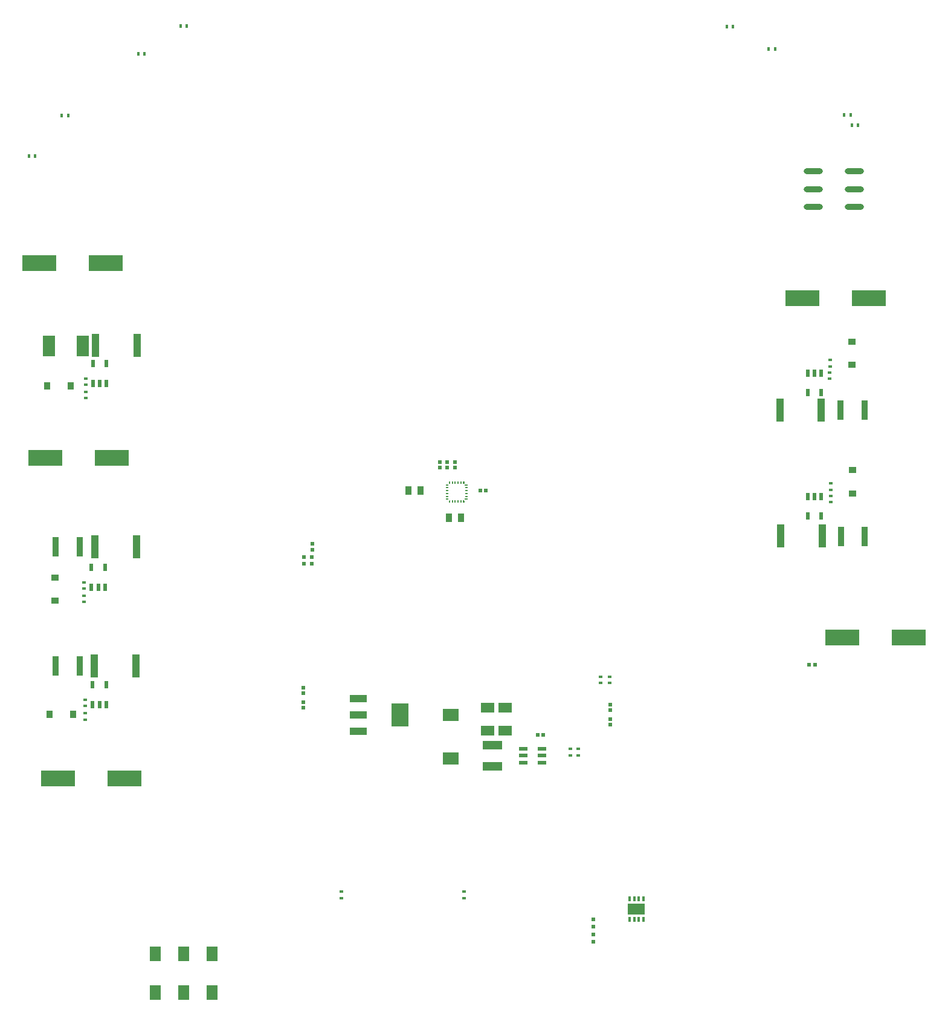
<source format=gtp>
G04*
G04 #@! TF.GenerationSoftware,Altium Limited,Altium Designer,20.1.11 (218)*
G04*
G04 Layer_Color=8421504*
%FSLAX25Y25*%
%MOIN*%
G70*
G04*
G04 #@! TF.SameCoordinates,DC62774E-AE12-477B-97F5-19A81F94617E*
G04*
G04*
G04 #@! TF.FilePolarity,Positive*
G04*
G01*
G75*
%ADD16R,0.03268X0.11063*%
%ADD17R,0.02362X0.03937*%
%ADD18R,0.10630X0.04528*%
%ADD19R,0.08661X0.06693*%
%ADD20R,0.03347X0.05118*%
%ADD21R,0.02047X0.02047*%
%ADD22C,0.00709*%
%ADD23R,0.01378X0.00787*%
%ADD24R,0.00787X0.01378*%
%ADD25R,0.02047X0.02047*%
%ADD26R,0.03465X0.04016*%
%ADD27R,0.02165X0.01772*%
%ADD28R,0.04016X0.03465*%
%ADD29R,0.04528X0.02362*%
%ADD30R,0.09449X0.03937*%
%ADD31R,0.09449X0.12992*%
%ADD32O,0.10630X0.03150*%
%ADD33R,0.09252X0.06221*%
%ADD34R,0.01378X0.02756*%
%ADD35R,0.06299X0.07874*%
%ADD36R,0.18504X0.09055*%
%ADD37R,0.04134X0.12795*%
%ADD38R,0.07480X0.05315*%
%ADD39R,0.01968X0.02362*%
%ADD40R,0.06614X0.11614*%
%ADD41R,0.01772X0.02165*%
G36*
X-4567Y-4012D02*
X-4886Y-4331D01*
X-5945D01*
Y-3543D01*
X-4567D01*
Y-4012D01*
D02*
G37*
G36*
X-3543Y-5945D02*
X-4331D01*
Y-4886D01*
X-4012Y-4567D01*
X-3543D01*
Y-5945D01*
D02*
G37*
G36*
X-4567Y4012D02*
Y3543D01*
X-5945D01*
Y4331D01*
X-4886D01*
X-4567Y4012D01*
D02*
G37*
G36*
X-3543Y4567D02*
X-4012D01*
X-4331Y4886D01*
Y5945D01*
X-3543D01*
Y4567D01*
D02*
G37*
G36*
X4331Y-4886D02*
Y-5945D01*
X3543D01*
Y-4567D01*
X4012D01*
X4331Y-4886D01*
D02*
G37*
G36*
X5945Y-4331D02*
X4886D01*
X4567Y-4012D01*
Y-3543D01*
X5945D01*
Y-4331D01*
D02*
G37*
G36*
X4331Y4886D02*
X4012Y4567D01*
X3543D01*
Y5945D01*
X4331D01*
Y4886D01*
D02*
G37*
G36*
X5945Y3543D02*
X4567D01*
Y4012D01*
X4886Y4331D01*
X5945D01*
Y3543D01*
D02*
G37*
D16*
X-208032Y-30047D02*
D03*
X-221102D02*
D03*
X-208032Y-95923D02*
D03*
X-221102D02*
D03*
X211870Y45197D02*
D03*
X224941D02*
D03*
X212067Y-24606D02*
D03*
X225138D02*
D03*
D17*
X-200591Y59842D02*
D03*
Y70669D02*
D03*
X-193110D02*
D03*
Y59842D02*
D03*
X-196850D02*
D03*
X-200787Y-117126D02*
D03*
X-197047D02*
D03*
X-193307D02*
D03*
Y-106299D02*
D03*
X-200787D02*
D03*
X-201476Y-52461D02*
D03*
X-197736D02*
D03*
X-193996D02*
D03*
Y-41634D02*
D03*
X-201476D02*
D03*
X201063Y-13216D02*
D03*
X193583D02*
D03*
Y-2390D02*
D03*
X197323D02*
D03*
X201063D02*
D03*
X201083Y54724D02*
D03*
X193602D02*
D03*
Y65551D02*
D03*
X197343D02*
D03*
X201083D02*
D03*
D18*
X19823Y-151209D02*
D03*
Y-139398D02*
D03*
D19*
X-3177Y-122803D02*
D03*
Y-146819D02*
D03*
D20*
X2559Y-14075D02*
D03*
X-4134D02*
D03*
X-19882Y787D02*
D03*
X-26575D02*
D03*
D21*
X16240D02*
D03*
X13091D02*
D03*
X194488Y-95276D02*
D03*
X197638D02*
D03*
X44748Y-133803D02*
D03*
X47898D02*
D03*
D22*
X-5256Y-3937D02*
D03*
Y3937D02*
D03*
X5256D02*
D03*
Y-3937D02*
D03*
X-3937Y5256D02*
D03*
X3937D02*
D03*
Y-5256D02*
D03*
X-3937D02*
D03*
D23*
X-5256Y-2362D02*
D03*
Y-787D02*
D03*
Y787D02*
D03*
Y2362D02*
D03*
X5256D02*
D03*
Y787D02*
D03*
Y-787D02*
D03*
Y-2362D02*
D03*
D24*
X-2362Y5256D02*
D03*
X-787D02*
D03*
X787D02*
D03*
X2362D02*
D03*
Y-5256D02*
D03*
X787D02*
D03*
X-787D02*
D03*
X-2362D02*
D03*
D25*
X-9252Y16550D02*
D03*
Y13401D02*
D03*
X-5118Y16550D02*
D03*
Y13401D02*
D03*
X-787Y16550D02*
D03*
Y13401D02*
D03*
X-79677Y-31721D02*
D03*
Y-28571D02*
D03*
X84685Y-125140D02*
D03*
Y-128289D02*
D03*
X84819Y-117069D02*
D03*
Y-120219D02*
D03*
X-84677Y-110878D02*
D03*
Y-107728D02*
D03*
Y-115728D02*
D03*
Y-118878D02*
D03*
D26*
X-224547Y-122384D02*
D03*
X-211673D02*
D03*
X-225965Y58563D02*
D03*
X-213090D02*
D03*
D27*
X-204980Y-125534D02*
D03*
Y-121990D02*
D03*
X206323Y1238D02*
D03*
Y4781D02*
D03*
X206004Y69193D02*
D03*
Y72736D02*
D03*
X-205669Y-60658D02*
D03*
Y-57114D02*
D03*
X-204725Y51703D02*
D03*
Y55246D02*
D03*
X-63484Y-220276D02*
D03*
Y-223819D02*
D03*
X84323Y-105213D02*
D03*
Y-101670D02*
D03*
X4232Y-220177D02*
D03*
Y-223721D02*
D03*
X62823Y-141532D02*
D03*
Y-145075D02*
D03*
X67170Y-145075D02*
D03*
Y-141532D02*
D03*
X79323Y-101670D02*
D03*
Y-105213D02*
D03*
X-204980Y-117996D02*
D03*
Y-114453D02*
D03*
X-205669Y-53319D02*
D03*
Y-49776D02*
D03*
X206323Y-5575D02*
D03*
Y-2032D02*
D03*
X205823Y62425D02*
D03*
Y65969D02*
D03*
X-204677Y59087D02*
D03*
Y62630D02*
D03*
D28*
X218405Y-671D02*
D03*
Y12203D02*
D03*
X218209Y70039D02*
D03*
Y82913D02*
D03*
X-221752Y-47008D02*
D03*
Y-59882D02*
D03*
D29*
X36705Y-141563D02*
D03*
Y-145303D02*
D03*
Y-149043D02*
D03*
X46941D02*
D03*
Y-145303D02*
D03*
Y-141563D02*
D03*
D30*
X-54177Y-113693D02*
D03*
Y-122748D02*
D03*
Y-131803D02*
D03*
D31*
X-31343Y-122748D02*
D03*
D32*
X219291Y157087D02*
D03*
Y166929D02*
D03*
Y176772D02*
D03*
X196850Y157087D02*
D03*
Y166929D02*
D03*
Y176772D02*
D03*
D33*
X99213Y-229823D02*
D03*
D34*
X95374Y-224016D02*
D03*
X97933D02*
D03*
X100492D02*
D03*
X103051D02*
D03*
Y-235630D02*
D03*
X100492D02*
D03*
X97933D02*
D03*
X95374D02*
D03*
D35*
X-134843Y-254528D02*
D03*
Y-275787D02*
D03*
X-166339D02*
D03*
Y-254528D02*
D03*
X-150591Y-275787D02*
D03*
Y-254528D02*
D03*
D36*
X-193602Y126279D02*
D03*
X-230217D02*
D03*
X-183366Y-157874D02*
D03*
X-219980D02*
D03*
X-226870Y18996D02*
D03*
X-190256D02*
D03*
X212795Y-80118D02*
D03*
X249409D02*
D03*
X190847Y106988D02*
D03*
X227461D02*
D03*
D37*
X-199094Y80858D02*
D03*
X-176260D02*
D03*
X-177063Y-95724D02*
D03*
X-199898D02*
D03*
X-176752Y-30047D02*
D03*
X-199587D02*
D03*
X201740Y-24303D02*
D03*
X178905D02*
D03*
X201240Y45197D02*
D03*
X178405D02*
D03*
D38*
X16964Y-131507D02*
D03*
Y-118909D02*
D03*
X26823Y-131507D02*
D03*
Y-118909D02*
D03*
D39*
X75394Y-247736D02*
D03*
Y-243799D02*
D03*
X-84153Y-35728D02*
D03*
Y-39665D02*
D03*
X-79823Y-35671D02*
D03*
Y-39608D02*
D03*
X75394Y-239567D02*
D03*
Y-235630D02*
D03*
D40*
X-225087Y80358D02*
D03*
X-206268D02*
D03*
D41*
X-217913Y207382D02*
D03*
X-214370D02*
D03*
X217421Y207874D02*
D03*
X213878D02*
D03*
X221555Y202260D02*
D03*
X218012D02*
D03*
X-232480Y185039D02*
D03*
X-236024D02*
D03*
X-152362Y256791D02*
D03*
X-148819D02*
D03*
X175689Y244142D02*
D03*
X172146D02*
D03*
X-175689Y241535D02*
D03*
X-172146D02*
D03*
X152461Y256594D02*
D03*
X148917D02*
D03*
M02*

</source>
